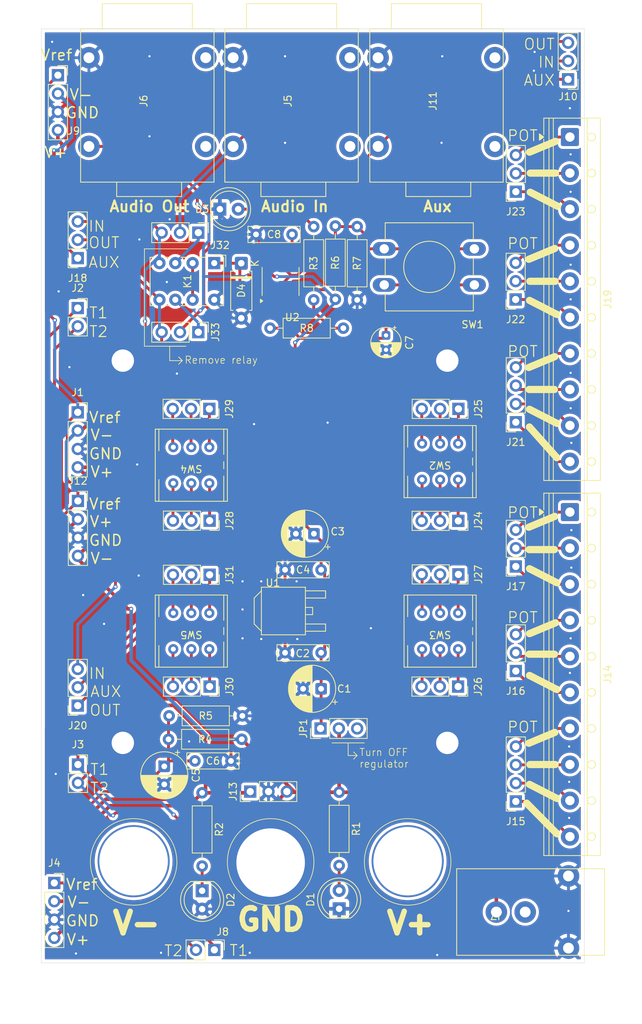
<source format=kicad_pcb>
(kicad_pcb (version 20241229) (generator "pcbnew") (generator_version "9.0")
  (layers (0 "F.Cu" signal) (2 "B.Cu" signal) (13 "F.Paste" user) (15 "B.Paste" user) (5 "F.SilkS" user "F.Silkscreen") (7 "B.SilkS" user "B.Silkscreen") (1 "F.Mask" user) (3 "B.Mask" user) (25 "Edge.Cuts" user))
  (net 0 "")
  (net 1 "Net-(U2-CV)")
  (net 2 "GND")
  (net 3 "Net-(D1-A)")
  (net 4 "/Vref")
  (net 5 "Net-(D3-A)")
  (net 6 "/BYP")
  (net 7 "VSS")
  (net 8 "VCC")
  (net 9 "/AUX")
  (net 10 "/IN")
  (net 11 "/OUT")
  (net 12 "/OUTBB")
  (net 13 "/INBB")
  (net 14 "Net-(C7-Pad1)")
  (net 15 "Net-(J27-Pin_1)")
  (net 16 "Net-(J27-Pin_3)")
  (net 17 "Net-(J27-Pin_2)")
  (net 18 "Net-(J28-Pin_3)")
  (net 19 "Net-(J28-Pin_1)")
  (net 20 "Net-(J28-Pin_2)")
  (net 21 "Net-(J29-Pin_3)")
  (net 22 "Net-(J29-Pin_2)")
  (net 23 "Net-(J29-Pin_1)")
  (net 24 "Net-(J30-Pin_2)")
  (net 25 "Net-(J30-Pin_3)")
  (net 26 "Net-(J30-Pin_1)")
  (net 27 "Net-(J31-Pin_3)")
  (net 28 "Net-(J31-Pin_2)")
  (net 29 "Net-(J31-Pin_1)")
  (net 30 "Net-(J32-Pin_1)")
  (net 31 "Net-(J33-Pin_1)")
  (net 32 "Net-(D2-K)")
  (net 35 "Net-(JP1-A)")
  (net 37 "Net-(K1-Pad2)")
  (net 38 "Net-(U2-THR)")
  (net 39 "/9V")
  (net 43 "Net-(J14-Pin_6)")
  (net 44 "Net-(J25-Pin_2)")
  (net 45 "Net-(J25-Pin_3)")
  (net 46 "Net-(J25-Pin_1)")
  (net 47 "/T1")
  (net 48 "/T2")
  (net 49 "Net-(J14-Pin_3)")
  (net 50 "Net-(J14-Pin_8)")
  (net 51 "Net-(J14-Pin_7)")
  (net 52 "Net-(J14-Pin_1)")
  (net 53 "Net-(J14-Pin_10)")
  (net 54 "Net-(J14-Pin_4)")
  (net 55 "Net-(J14-Pin_9)")
  (net 56 "Net-(J14-Pin_5)")
  (net 57 "Net-(J14-Pin_2)")
  (net 58 "Net-(J19-Pin_10)")
  (net 59 "Net-(J19-Pin_4)")
  (net 60 "Net-(J19-Pin_2)")
  (net 61 "Net-(J19-Pin_5)")
  (net 62 "Net-(J19-Pin_6)")
  (net 63 "Net-(J19-Pin_3)")
  (net 64 "Net-(J19-Pin_8)")
  (net 65 "Net-(J19-Pin_9)")
  (net 66 "Net-(J19-Pin_7)")
  (net 67 "Net-(J19-Pin_1)")
  (net 68 "Net-(J24-Pin_1)")
  (net 69 "Net-(J24-Pin_3)")
  (net 70 "Net-(J24-Pin_2)")
  (net 71 "Net-(J26-Pin_2)")
  (net 72 "Net-(J26-Pin_1)")
  (net 73 "Net-(J26-Pin_3)")
  (footprint "Connector_PinSocket_2.54mm:PinSocket_1x04_P2.54mm_Vertical" (layer "F.Cu") (at 90.5 74.54 180)
    (property "Reference" "J21")
    (property "Value" "POT6_CON")
  )
  (footprint "Resistor_THT:R_Axial_DIN0207_L6.3mm_D2.5mm_P10.16mm_Horizontal" (layer "F.Cu") (at 56.42 61.5)
    (property "Reference" "R8")
    (property "Value" "200k")
  )
  (footprint "Zorg:DPDT_ESwitch" (layer "F.Cu") (at 80 103.5 180)
    (property "Reference" "SW3")
    (property "Value" "SW_DPDT_x2")
  )
  (footprint "Connector_PinSocket_2.54mm:PinSocket_1x03_P2.54mm_Vertical" (layer "F.Cu") (at 48 72.69 -90)
    (property "Reference" "J29")
    (property "Value" "Switch")
  )
  (footprint "Zorg:DPDT_ESwitch" (layer "F.Cu") (at 80 80 180)
    (property "Reference" "SW2")
    (property "Value" "SW_DPDT_x2")
  )
  (footprint "Connector_PinHeader_2.54mm:PinHeader_1x03_P2.54mm_Vertical" (layer "F.Cu") (at 97.75 27 180)
    (property "Reference" "J10")
    (property "Value" "Test_Point_IOA")
  )
  (footprint "Zorg:DPDT_ESwitch" (layer "F.Cu") (at 45.5 103.5 180)
    (property "Reference" "SW5")
    (property "Value" "SW_DPDT_x2")
  )
  (footprint "Connector_PinHeader_2.54mm:PinHeader_1x03_P2.54mm_Vertical" (layer "F.Cu") (at 46.4701 48.2575 -90)
    (property "Reference" "J32")
    (property "Value" "RLY_OV_IN")
  )
  (footprint "Button_Switch_THT:SW_PUSH-12mm" (layer "F.Cu") (at 84.75 55.5 180)
    (property "Reference" "SW1")
    (property "Value" "SW_Push")
  )
  (footprint "Zorg:Jack  Neutrik Mono Pins SW" (layer "F.Cu") (at 59.4 30 90)
    (property "Reference" "J5")
    (property "Value" "Audio_IN")
  )
  (footprint "Capacitor_THT:CP_Radial_D6.3mm_P2.50mm" (layer "F.Cu") (at 41.75 122.25 -90)
    (property "Reference" "C5")
    (property "Value" "100uF")
  )
  (footprint "Resistor_THT:R_Axial_DIN0207_L6.3mm_D2.5mm_P10.16mm_Horizontal" (layer "F.Cu") (at 68.5 47.42 -90)
    (property "Reference" "R7")
    (property "Value" "100k")
  )
  (footprint "LED_THT:LED_D5.0mm" (layer "F.Cu") (at 49.46 45)
    (property "Reference" "D3")
    (property "Value" "PINK")
  )
  (footprint "Connector_PinSocket_2.54mm:PinSocket_1x03_P2.54mm_Vertical" (layer "F.Cu") (at 90.5 42.58 180)
    (property "Reference" "J23")
    (property "Value" "POT4_CON")
  )
  (footprint "Connector_PinSocket_2.54mm:PinSocket_1x04_P2.54mm_Vertical" (layer "F.Cu") (at 27 26.43)
    (property "Reference" "J9")
    (property "Value" "Conn_01x04_Socket")
  )
  (footprint "Resistor_THT:R_Axial_DIN0207_L6.3mm_D2.5mm_P10.16mm_Horizontal" (layer "F.Cu") (at 47 125.92 -90)
    (property "Reference" "R2")
    (property "Value" "2k")
  )
  (footprint "Zorg:DPAK-3" (layer "F.Cu") (at 56.82 100.715)
    (property "Reference" "U1")
    (property "Value" "L78L09_SOT89")
  )
  (footprint "Connector_PinHeader_2.54mm:PinHeader_1x03_P2.54mm_Vertical" (layer "F.Cu") (at 53.67 125.75 90)
    (property "Reference" "J13")
    (property "Value" "Banana_IN")
  )
  (footprint "Connector_PinSocket_2.54mm:PinSocket_1x03_P2.54mm_Vertical" (layer "F.Cu") (at 90.475 57.525 180)
    (property "Reference" "J22")
    (property "Value" "POT5_CON")
  )
  (footprint "Zorg:Jack  Neutrik Mono Pins SW" (layer "F.Cu") (at 39.4 30 90)
    (property "Reference" "J6")
    (property "Value" "Audio_Out")
  )
  (footprint "Connector_PinSocket_2.54mm:PinSocket_1x04_P2.54mm_Vertical" (layer "F.Cu") (at 90.5 127.12 180)
    (property "Reference" "J15")
    (property "Value" "POT3_CON")
  )
  (footprint "Capacitor_THT:C_Rect_L7.0mm_W2.0mm_P5.00mm" (layer "F.Cu") (at 63.5 95 180)
    (property "Reference" "C4")
    (property "Value" "100nF")
  )
  (footprint "Package_SO:SOIC-8_3.9x4.9mm_P1.27mm" (layer "F.Cu") (at 57.8776 55.025 90)
    (property "Reference" "U2")
    (property "Value" "NE555D")
  )
  (footprint "Connector_PinSocket_2.54mm:PinSocket_1x03_P2.54mm_Vertical" (layer "F.Cu") (at 82.54 72.69 -90)
    (property "Reference" "J25")
    (property "Value" "Switch")
  )
  (footprint "Connector_PinSocket_2.54mm:PinSocket_1x03_P2.54mm_Vertical" (layer "F.Cu") (at 29.75 51.79 180)
    (property "Reference" "J18")
    (property "Value" "SIGNALS")
  )
  (footprint "Zorg:Jack DC" (layer "F.Cu") (at 87.8 142.45 180)
    (property "Reference" "J7")
    (property "Value" "DC9V")
  )
  (footprint "Connector_PinSocket_2.54mm:PinSocket_1x04_P2.54mm_Vertical" (layer "F.Cu") (at 29.775 85.45)
    (property "Reference" "J12")
    (property "Value" "Conn_01x04_Socket")
  )
  (footprint "Capacitor_THT:C_Rect_L7.0mm_W2.0mm_P5.00mm" (layer "F.Cu") (at 59.4726 48.5 180)
    (property "Reference" "C8")
    (property "Value" "1nF")
  )
  (footprint "Connector_PinSocket_2.54mm:PinSocket_1x03_P2.54mm_Vertical" (layer "F.Cu") (at 48.04 95.69 -90)
    (property "Reference" "J31")
    (property "Value" "Switch")
  )
  (footprint "Connector_PinHeader_2.54mm:PinHeader_1x03_P2.54mm_Vertical" (layer "F.Cu") (at 46.4701 62.0575 -90)
    (property "Reference" "J33")
    (property "Value" "RLY_OV_OUT")
  )
  (footprint "TerminalBlock_RND:TerminalBlock_RND_205-00020_1x10_P5.00mm_Horizontal" (layer "F.Cu") (at 98 87 -90)
    (property "Reference" "J14")
    (property "Value" "Screw_Terminal_01x10")
  )
  (footprint "Capacitor_THT:CP_Radial_D6.3mm_P2.50mm" (layer "F.Cu") (at 62.5 90 180)
    (property "Reference" "C3")
    (property "Value" "100uF")
  )
  (footprint "Connector_PinSocket_2.54mm:PinSocket_1x03_P2.54mm_Vertical" (layer "F.Cu") (at 90.5 109.04 180)
    (property "Reference" "J16")
    (property "Value" "POT2_CON")
  )
  (footprint "Connector_PinSocket_2.54mm:PinSocket_1x03_P2.54mm_Vertical" (layer "F.Cu") (at 90.5 94.54 180)
    (property "Reference" "J17")
    (property "Value" "POT1_CON")
  )
  (footprint "LED_THT:LED_D5.0mm" (layer "F.Cu") (at 66 142 90)
    (property "Reference" "D1")
    (property "Value" "RED")
  )
  (footprint "Resistor_THT:R_Axial_DIN0207_L6.3mm_D2.5mm_P10.16mm_Horizontal" (layer "F.Cu") (at 52.5 118.5 180)
    (property "Reference" "R4")
    (property "Value" "10k")
  )
  (footprint "Resistor_THT:R_Axial_DIN0207_L6.3mm_D2.5mm_P10.16mm_Horizontal" (layer "F.Cu") (at 62.4726 57.58 90)
    (property "Reference" "R3")
    (property "Value" "2k")
  )
  (footprint "Capacitor_THT:C_Rect_L7.0mm_W2.0mm_P5.00mm" (layer "F.Cu") (at 63.5 106.5 180)
    (property "Reference" "C2")
    (property "Value" "100nF")
  )
  (footprint "Connector_PinSocket_2.54mm:PinSocket_1x03_P2.54mm_Vertical" (layer "F.Cu") (at 48.04 111.19 -90)
    (property "Reference" "J30")
    (property "Value" "Switch")
  )
  (footprint "Connector_PinSocket_2.54mm:PinSocket_1x04_P2.54mm_Vertical" (layer "F.Cu") (at 26.5 138.42)
    (property "Reference" "J4")
    (property "Value" "Conn_01x04_Socket")
  )
  (footprint "Capacitor_THT:CP_Radial_D4.0mm_P2.00mm" (layer "F.Cu") (at 72.5 62.5 -90)
    (property "Reference" "C7")
    (property "Value" "1uF")
  )
  (footprint "Diode_THT:D_A-405_P7.62mm_Horizontal" (layer "F.Cu") (at 52.4301 52.5 -90)
    (property "Reference" "D4")
    (property "Value" "D")
  )
  (footprint "Connector_PinSocket_2.54mm:PinSocket_1x03_P2.54mm_Vertical" (layer "F.Cu") (at 82.525 88.215 -90)
    (property "Reference" "J24")
    (property "Value" "Switch")
  )
  (footprint "Connector_PinSocket_2.54mm:PinSocket_1x04_P2.54mm_Vertical" (layer "F.Cu") (at 29.75 73.17)
    (property "Reference" "J1")
    (property "Value" "Conn_01x04_Socket")
  )
  (footprint "Connector_PinSocket_2.54mm:PinSocket_1x03_P2.54mm_Vertical" (layer "F.Cu") (at 82.5 111.19 -90)
    (property "Reference" "J26")
    (property "Value" "Switch")
  )
  (footprint "Connector_PinHeader_2.54mm:PinHeader_1x02_P2.54mm_Vertical" (layer "F.Cu") (at 48.69 147.7 -90)
    (property "Reference" "J8")
    (property "Value" "Test_Point_Pins")
  )
  (footprint "Resistor_THT:R_Axial_DIN0207_L6.3mm_D2.5mm_P10.16mm_Horizontal" (layer "F.Cu") (at 42.42 115.25)
    (property "Reference" "R5")
    (property "Value" "10k")
  )
  (footprint "TerminalBlock_RND:TerminalBlock_RND_205-00020_1x10_P5.00mm_Horizontal" (layer "F.Cu") (at 98 35 -90)
    (property "Reference" "J19")
    (property "Value" "Screw_Terminal_01x10")
  )
  (footprint "Relay_THT:Relay_DPDT_Omron_G6K-2P-Y" (layer "F.Cu") (at 48.6801 52.4775 -90)
    (property "Reference" "K1")
    (property "Value" "G6K-2")
  )
  (footprint "Connector_PinSocket_2.54mm:PinSocket_1x03_P2.54mm_Vertical" (layer "F.Cu") (at 82.54 95.64 -90)
    (property "Reference" "J27")
    (property "Value" "Switch")
  )
  (footprint "Connector_PinHeader_2.54mm:PinHeader_1x03_P2.54mm_Vertical" (layer "F.Cu") (at 63.42 117 90)
    (property "Reference" "JP1")
    (property "Value" "Jumper_3_Open")
  )
  (footprint "Connector_PinSocket_2.54mm:PinSocket_1x03_P2.54mm_Vertical" (layer "F.Cu") (at 48.04 88.19 -90)
    (property "Reference" "J28")
    (property "Value" "Switch")
  )
  (footprint "Zorg:Jack  Neutrik Mono Pins SW" (layer "F.Cu") (at 79.5 30 90)
    (property "Reference" "J11")
    (property "Value" "Audio_Aux")
  )
  (footprint "Connector_PinSocket_2.54mm:PinSocket_1x02_P2.54mm_Vertical" (layer "F.Cu") (at 29.75 58.71)
    (property "Reference" "J2")
    (property "Value" "Test Points IN")
  )
  (footprint "Resistor_THT:R_Axial_DIN0207_L6.3mm_D2.5mm_P10.16mm_Horizontal" (layer "F.Cu") (at 65.4726 57.5 90)
    (property "Reference" "R6")
    (property "Value" "100k")
  )
  (footprint "Zorg:DPDT_ESwitch" (layer "F.Cu") (at 45.5 80.5 180)
    (property "Reference" "SW4")
    (property "Value" "SW_DPDT_x2")
  )
  (footprint "Resistor_THT:R_Axial_DIN0207_L6.3mm_D2.5mm_P10.16mm_Horizontal" (layer "F.Cu") (at 66 125.84 -90)
    (property "Reference" "R1")
    (property "Value" "2k")
  )
  (footprint "LED_THT:LED_D5.0mm" (layer "F.Cu") (at 47 139.5 -90)
    (property "Reference" "D2")
    (property "Value" "GREEN")
  )
  (footprint "Connector_PinSocket_2.54mm:PinSocket_1x02_P2.54mm_Vertical" (layer "F.Cu") (at 29.775 122)
    (property "Reference" "J3")
    (property "Value" "Test Points IN")
  )
  (footprint "Capacitor_THT:CP_Radial_D6.3mm_P2.50mm" (layer "F.Cu") (at 63.5 111.5 180)
    (property "Reference" "C1")
    (property "Value" "100uF")
  )
  (footprint "Capacitor_THT:C_Rect_L7.0mm_W2.0mm_P5.00mm" (layer "F.Cu") (at 46 121.5)
    (property "Reference" "C6")
    (property "Value" "100nF")
  )
  (footprint "Connector_PinSocket_2.54mm:PinSocket_1x03_P2.54mm_Vertical" (layer "F.Cu") (at 29.75 113.83 180)
    (property "Reference" "J20")
    (property "Value" "SIGNALS")
  )
  (gr_line (start 47 139.5) (end 47 136.75) (stroke (width 0.2)) (layer "F.Cu") (net 32))
  (gr_line (start 39 50.5) (end 39 64) (stroke (width 0.1)) (layer "F.SilkS"))
  (gr_line (start 67.25 120.75) (end 68.5 120.75) (stroke (width 0.1)) (layer "F.SilkS"))
  (gr_line (start 92.45 122) (end 95.95 122) (stroke (width 1)) (layer "F.SilkS"))
  (gr_line (start 92.4 37.1) (end 96 35.6) (stroke (width 1)) (layer "F.SilkS"))
  (gr_line (start 40.25 64) (end 44.75 64) (stroke (width 0.1)) (layer "F.SilkS"))
  (gr_line (start 92 127.35) (end 96.2 131.6) (stroke (width 1)) (layer "F.SilkS"))
  (gr_line (start 44.25 66) (end 43.75 65.5) (stroke (width 0.1)) (layer "F.SilkS"))
  (gr_circle (center 56.5 135.5) (end 62.5 135.5) (stroke (width 0.1)) (fill no) (layer "F.SilkS"))
  (gr_line (start 44.75 64) (end 42.5 64) (stroke (width 0.1)) (layer "F.SilkS"))
  (gr_line (start 92.4 109.65) (end 96.2 111.6) (stroke (width 1)) (layer "F.SilkS"))
  (gr_line (start 92.3 51.95) (end 95.9 50.45) (stroke (width 1)) (layer "F.SilkS"))
  (gr_line (start 92.38 75.2) (end 96.18 79.45) (stroke (width 1)) (layer "F.SilkS"))
  (gr_line (start 92.4 94.85) (end 96.2 96.8) (stroke (width 1)) (layer "F.SilkS"))
  (gr_line (start 92.5 40) (end 96 40) (stroke (width 1)) (layer "F.SilkS"))
  (gr_line (start 43.75 65.5) (end 44.25 66) (stroke (width 0.1)) (layer "F.SilkS"))
  (gr_line (start 68.5 120.75) (end 68 120.25) (stroke (width 0.1)) (layer "F.SilkS"))
  (gr_line (start 92.35 106.7) (end 95.85 106.7) (stroke (width 1)) (layer "F.SilkS"))
  (gr_line (start 42.5 66) (end 44.25 66) (stroke (width 0.1)) (layer "F.SilkS"))
  (gr_line (start 92.4 103.85) (end 96 102.35) (stroke (width 1)) (layer "F.SilkS"))
  (gr_line (start 92.4 57.65) (end 96.2 59.6) (stroke (width 1)) (layer "F.SilkS"))
  (gr_circle (center 37.5 135.5) (end 43.5 135.5) (stroke (width 0.1)) (fill no) (layer "F.SilkS"))
  (gr_line (start 92.3 66.95) (end 95.9 65.45) (stroke (width 1)) (layer "F.SilkS"))
  (gr_line (start 39 64) (end 40.25 64) (stroke (width 0.1)) (layer "F.SilkS"))
  (gr_line (start 92.3 89.1) (end 95.9 87.6) (stroke (width 1)) (layer "F.SilkS"))
  (gr_line (start 92.5 42.65) (end 96.3 44.6) (stroke (width 1)) (layer "F.SilkS"))
  (gr_line (start 92.45 55) (end 95.95 55) (stroke (width 1)) (layer "F.SilkS"))
  (gr_line (start 92.35 70) (end 95.85 70) (stroke (width 1)) (layer "F.SilkS"))
  (gr_line (start 42.5 66) (end 42.5 64) (stroke (width 0.1)) (layer "F.SilkS"))
  (gr_line (start 67.25 119) (end 67.25 120.75) (stroke (width 0.1)) (layer "F.SilkS"))
  (gr_line (start 92.4 124.75) (end 96.2 126.7) (stroke (width 1)) (layer "F.SilkS"))
  (gr_circle (center 75.5 135.5) (end 81.5 135.5) (stroke (width 0.1)) (fill no) (layer "F.SilkS"))
  (gr_line (start 40 50.5) (end 45 50.5) (stroke (width 0.1)) (layer "F.SilkS"))
  (gr_line (start 92.35 92.2) (end 95.85 92.2) (stroke (width 1)) (layer "F.SilkS"))
  (gr_line (start 40 50.5) (end 39 50.5) (stroke (width 0.1)) (layer "F.SilkS"))
  (gr_line (start 92.4 72.75) (end 96.2 74.7) (stroke (width 1)) (layer "F.SilkS"))
  (gr_line (start 92.3 119.05) (end 95.9 117.55) (stroke (width 1)) (layer "F.SilkS"))
  (gr_line (start 44.25 66) (end 43.75 66.5) (stroke (width 0.1)) (layer "F.SilkS"))
  (gr_line (start 68.5 120.75) (end 68 121.25) (stroke (width 0.1)) (layer "F.SilkS"))
  (gr_line (start 65 119) (end 69.5 119) (stroke (width 0.1)) (layer "F.SilkS"))
  (gr_line (start 100 149.5) (end 24.7 149.5) (stroke (width 0.05)) (layer "Edge.Cuts"))
  (gr_line (start 24.7 20) (end 100 20) (stroke (width 0.05)) (layer "Edge.Cuts"))
  (gr_line (start 100 149.5) (end 100 20) (stroke (width 0.05)) (layer "Edge.Cuts"))
  (gr_line (start 24.7 20) (end 24.7 149.5) (stroke (width 0.05)) (layer "Edge.Cuts"))
  (gr_text "IN" (at 31.15 48.25 0) (layer "F.SilkS") (effects (font (size 1.5 1.5)) (justify left bottom)))
  (gr_text "T1" (at 31.4 123.55 0) (layer "F.SilkS") (effects (font (size 1.5 1.5)) (justify left bottom)))
  (gr_text "V-" (at 34.25 145.75 0) (layer "F.SilkS") (effects (font (size 3 3) (thickness 0.75) (bold yes)) (justify left bottom)))
  (gr_text "V+" (at 72.25 145.75 0) (layer "F.SilkS") (effects (font (size 3 3) (thickness 0.75) (bold yes)) (justify left bottom)))
  (gr_text "AUX\n" (at 91.5 28 0) (layer "F.SilkS") (effects (font (size 1.5 1.5)) (justify left bottom)))
  (gr_text "OUT" (at 31.15 50.52 0) (layer "F.SilkS") (effects (font (size 1.5 1.5)) (justify left bottom)))
  (gr_text "GND\n" (at 51.5 145.25 0) (layer "F.SilkS") (effects (font (size 3 3) (thickness 0.75) (bold yes)) (justify left bottom)))
  (gr_text "POT" (at 89.23 50.65 0) (layer "F.SilkS") (effects (font (size 1.5 1.5)) (justify left bottom)))
  (gr_text "V-" (at 28.2 141.94 0) (layer "F.SilkS") (effects (font (size 1.5 1.5) (thickness 0.2)) (justify left bottom)))
  (gr_text "AUX\n" (at 31.15 53.25 0) (layer "F.SilkS") (effects (font (size 1.5 1.5)) (justify left bottom)))
  (gr_text "Vref" (at 31.2 74.75 0) (layer "F.SilkS") (effects (font (size 1.5 1.5) (thickness 0.2)) (justify left bottom)))
  (gr_text "V-" (at 28.5 30 0) (layer "F.SilkS") (effects (font (size 1.5 1.5) (thickness 0.2)) (justify left bottom)))
  (gr_text "T1" (at 50.7 148.65 0) (layer "F.SilkS") (effects (font (size 1.5 1.5)) (justify left bottom)))
  (gr_text "OUT" (at 31.3 115.35 0) (layer "F.SilkS") (effects (font (size 1.5 1.5)) (justify left bottom)))
  (gr_text "AUX\n" (at 31.4 112.75 0) (layer "F.SilkS") (effects (font (size 1.5 1.5)) (justify left bottom)))
  (gr_text "Audio In\n" (at 55 45.5 0) (layer "F.SilkS") (effects (font (size 1.5 1.5) (thickness 0.3) (bold yes)) (justify left bottom)))
  (gr_text "V+" (at 28.1 147.14 0) (layer "F.SilkS") (effects (font (size 1.5 1.5) (thickness 0.2)) (justify left bottom)))
  (gr_text "IN" (at 93.5 25.5 0) (layer "F.SilkS") (effects (font (size 1.5 1.5)) (justify left bottom)))
  (gr_text "Audio Out" (at 34 45.5 0) (layer "F.SilkS") (effects (font (size 1.5 1.5) (thickness 0.3) (bold yes)) (justify left bottom)))
  (gr_text "T2" (at 41.65 148.7 0) (layer "F.SilkS") (effects (font (size 1.5 1.5)) (justify left bottom)))
  (gr_text "OUT" (at 91.5 23 0) (layer "F.SilkS") (effects (font (size 1.5 1.5)) (justify left bottom)))
  (gr_text "POT" (at 89.23 87.96 0) (layer "F.SilkS") (effects (font (size 1.5 1.5)) (justify left bottom)))
  (gr_text "GND" (at 31.2 79.79 0) (layer "F.SilkS") (effects (font (size 1.5 1.5) (thickness 0.2)) (justify left bottom)))
  (gr_text "V+" (at 31.3 89.19 0) (layer "F.SilkS") (effects (font (size 1.5 1.5) (thickness 0.2)) (justify left bottom)))
  (gr_text "IN" (at 31.2 110.25 0) (layer "F.SilkS") (effects (font (size 1.5 1.5)) (justify left bottom)))
  (gr_text "V-" (at 31.4 94.29 0) (layer "F.SilkS") (effects (font (size 1.5 1.5) (thickness 0.2)) (justify left bottom)))
  (gr_text "GND" (at 28 144.54 0) (layer "F.SilkS") (effects (font (size 1.5 1.5) (thickness 0.2)) (justify left bottom)))
  (gr_text "GND" (at 28 32.5 0) (layer "F.SilkS") (effects (font (size 1.5 1.5) (thickness 0.2)) (justify left bottom)))
  (gr_text "GND" (at 31.2 91.79 0) (layer "F.SilkS") (effects (font (size 1.5 1.5) (thickness 0.2)) (justify left bottom)))
  (gr_text "Aux" (at 77.5 45.5 0) (layer "F.SilkS") (effects (font (size 1.5 1.5) (thickness 0.3) (bold yes)) (justify left bottom)))
  (gr_text "V-" (at 31.4 77.19 0) (layer "F.SilkS") (effects (font (size 1.5 1.5) (thickness 0.2)) (justify left bottom)))
  (gr_text "Vref" (at 28 139.5 0) (layer "F.SilkS") (effects (font (size 1.5 1.5) (thickness 0.2)) (justify left bottom)))
  (gr_text "POT" (at 89.23 35.69 0) (layer "F.SilkS") (effects (font (size 1.5 1.5)) (justify left bottom)))
  (gr_text "V+" (at 25 38 0) (layer "F.SilkS") (effects (font (size 1.5 1.5) (thickness 0.2)) (justify left bottom)))
  (gr_text "POT" (at 89.23 65.61 0) (layer "F.SilkS") (effects (font (size 1.5 1.5)) (justify left bottom)))
  (gr_text "Vref" (at 24.5 24.5 0) (layer "F.SilkS") (effects (font (size 1.5 1.5) (thickness 0.2)) (justify left bottom)))
  (gr_text "T1" (at 31.25 60.25 0) (layer "F.SilkS") (effects (font (size 1.5 1.5)) (justify left bottom)))
  (gr_text "T2" (at 31.25 62.85 0) (layer "F.SilkS") (effects (font (size 1.5 1.5)) (justify left bottom)))
  (gr_text "V+" (at 31.4 82.29 0) (layer "F.SilkS") (effects (font (size 1.5 1.5) (thickness 0.2)) (justify left bottom)))
  (gr_text "Turn OFF\nregulator\n" (at 68.75 122.5 0) (layer "F.SilkS") (effects (font (size 1 1) (thickness 0.1)) (justify left bottom)))
  (gr_text "POT" (at 89.23 117.69 0) (layer "F.SilkS") (effects (font (size 1.5 1.5)) (justify left bottom)))
  (gr_text "Vref" (at 31.2 86.75 0) (layer "F.SilkS") (effects (font (size 1.5 1.5) (thickness 0.2)) (justify left bottom)))
  (gr_text "Remove relay\n" (at 44.5 66.5 0) (layer "F.SilkS") (effects (font (size 1 1) (thickness 0.1)) (justify left bottom)))
  (gr_text "POT" (at 89.23 102.5 0) (layer "F.SilkS") (effects (font (size 1.5 1.5)) (justify left bottom)))
  (gr_text "T2" (at 31.4 126.15 0) (layer "F.SilkS") (effects (font (size 1.5 1.5)) (justify left bottom)))
  (via (at 37.5 135.4) (size 10) (drill 9.5) (layers "F.Cu" "B.Cu") (net 0))
  (via (at 75.5 135.4) (size 10) (drill 9.5) (layers "F.Cu" "B.Cu") (net 0))
  (segment (start 59.4726 52.24) (end 59.7826 52.55) (width 0.4) (layer "F.Cu") (net 1))
  (segment (start 59.4726 48.5) (end 59.4726 52.24) (width 0.4) (layer "F.Cu") (net 1))
  (segment (start 58.5 102.395) (end 56.82 100.715) (width 0.4) (layer "F.Cu") (net 2))
  (segment (start 58.5 99.035) (end 56.82 100.715) (width 0.4) (layer "F.Cu") (net 2))
  (segment (start 55.9726 57.5) (end 54.9016 56.429) (width 0.4) (layer "F.Cu") (net 2))
  (segment (start 54.9016 56.429) (end 54.9016 48.929) (width 0.4) (layer "F.Cu") (net 2))
  (segment (start 51 121.5) (end 51 116.83) (width 0.4) (layer "F.Cu") (net 2))
  (segment (start 54.9016 48.929) (end 54.4726 48.5) (width 0.4) (layer "F.Cu") (net 2))
  (segment (start 51 116.83) (end 52.58 115.25) (width 0.4) (layer "F.Cu") (net 2))
  (segment (start 58.5 106.5) (end 58.5 102.395) (width 0.4) (layer "F.Cu") (net 2))
  (segment (start 58.5 95) (end 58.5 99.035) (width 0.4) (layer "F.Cu") (net 2))
  (via (at 60.2 104.6) (size 0.6) (drill 0.3) (layers "F.Cu" "B.Cu") (net 2))
  (via (at 98.2 94.7) (size 0.6) (drill 0.3) (layers "F.Cu" "B.Cu") (net 2))
  (via (at 52.6 104.5) (size 0.6) (drill 0.3) (layers "F.Cu" "B.Cu") (net 2))
  (via (at 36 66) (size 5) (drill 3.1) (layers "F.Cu" "B.Cu") (net 2))
  (via (at 26.7 123.3) (size 0.6) (drill 0.3) (layers "F.Cu" "B.Cu") (net 2))
  (via (at 64.4 74.6) (size 0.6) (drill 0.3) (layers "F.Cu" "B.Cu") (net 2))
  (via (at 98 31) (size 0.6) (drill 0.3) (layers "F.Cu" "B.Cu") (net 2))
  (via (at 97.9 129.4) (size 0.6) (drill 0.3) (layers "F.Cu" "B.Cu") (net 2))
  (via (at 28.6 66.9) (size 0.6) (drill 0.3) (layers "F.Cu" "B.Cu") (net 2))
  (via (at 93 25.8) (size 0.6) (drill 0.3) (layers "F.Cu" "B.Cu") (net 2))
  (via (at 58.5 35.8) (size 0.6) (drill 0.3) (layers "F.Cu" "B.Cu") (net 2))
  (via (at 53.6 148.1) (size 0.6) (drill 0.3) (layers "F.Cu" "B.Cu") (net 2))
  (via (at 98.2 77.4) (size 0.6) (drill 0.3) (layers "F.Cu" "B.Cu") (net 2))
  (via (at 98.1 104.5) (size 0.6) (drill 0.3) (layers "F.Cu" "B.Cu") (net 2))
  (via (at 38.3 49.2) (size 0.6) (drill 0.3) (layers "F.Cu" "B.Cu") (net 2))
  (via (at 97.9 119.5) (size 0.6) (drill 0.3) (layers "F.Cu" "B.Cu") (net 2))
  (via (at 38.2 95.8) (size 0.6) (drill 0.3) (layers "F.Cu" "B.Cu") (net 2))
  (via (at 54.2 74.8) (size 0.6) (drill 0.3) (layers "F.Cu" "B.Cu") (net 2))
  (via (at 33.4 102.5) (size 0.6) (drill 0.3) (layers "F.Cu" "B.Cu") (net 2))
  (via (at 58.5 23.8) (size 0.6) (drill 0.3) (layers "F.Cu" "B.Cu") (net 2))
  (via (at 97.8 142.3) (size 0.6) (drill 0.3) (layers "F.Cu" "B.Cu") (net 2))
  (via (at 98.1 52.7) (size 0.6) (drill 0.3) (layers "F.Cu" "B.Cu") (net 2))
  (via (at 98.1 72.6) (size 0.6) (drill 0.3) (layers "F.Cu" "B.Cu") (net 2))
  (via (at 52.6 96.6) (size 0.6) (drill 0.3) (layers "F.Cu" "B.Cu") (net 2))
  (via (at 81 119) (size 5) (drill 3.1) (layers "F.Cu" "B.Cu") (net 2))
  (via (at 98.1 42.6) (size 0.6) (drill 0.3) (layers "F.Cu" "B.Cu") (net 2))
  (via (at 29.5 148.2) (size 0.6) (drill 0.3) (layers "F.Cu" "B.Cu") (net 2))
  (via (at 98.1 67.7) (size 0.6) (drill 0.3) (layers "F.Cu" "B.Cu") (net 2))
  (via (at 70.4 103.1) (size 0.6) (drill 0.3) (layers "F.Cu" "B.Cu") (net 2))
  (via (at 38 80.4) (size 0.6) (drill 0.3) (layers "F.Cu" "B.Cu") (net 2))
  (via (at 42.5 46.4) (size 0.6) (drill 0.3) (layers "F.Cu" "B.Cu") (net 2))
  (via (at 81 66) (size 5) (drill 3.1) (layers "F.Cu" "B.Cu") (net 2))
  (via (at 43.5 67.8) (size 0.6) (drill 0.3) (layers "F.Cu" "B.Cu") (net 2))
  (via (at 98.2 89.5) (size 0.6) (drill 0.3) (layers "F.Cu" "B.Cu") (net 2))
  (via (at 79.6 148.4) (size 0.6) (drill 0.3) (layers "F.Cu" "B.Cu") (net 2))
  (via (at 39.7 23.8) (size 0.6) (drill 0.3) (layers "F.Cu" "B.Cu") (net 2))
  (via (at 98.1 37.4) (size 0.6) (drill 0.3) (layers "F.Cu" "B.Cu") (net 2))
  (via (at 52.6 100.5) (size 0.6) (drill 0.3) (layers "F.Cu" "B.Cu") (net 2))
  (via (at 45.2 118.8) (size 0.6) (drill 0.3) (layers "F.Cu" "B.Cu") (net 2))
  (via (at 41.3 148.1) (size 0.6) (drill 0.3) (layers "F.Cu" "B.Cu") (net 2))
  (via (at 80.2 35.8) (size 0.6) (drill 0.3) (layers "F.Cu" "B.Cu") (net 2))
  (via (at 93.1 23.2) (size 0.6) (drill 0.3) (layers "F.Cu" "B.Cu") (net 2))
  (via (at 27.1 56.4) (size 0.6) (drill 0.3) (layers "F.Cu" "B.Cu") (net 2))
  (via (at 36 119) (size 5) (drill 3.1) (layers "F.Cu" "B.Cu") (net 2))
  (via (at 56.5 135.6) (size 10) (drill 9.5) (layers "F.Cu" "B.Cu") (net 2))
  (via (at 30.5 98.5) (size 0.6) (drill 0.3) (layers "F.Cu" "B.Cu") (net 2))
  (via (at 55.2 96.6) (size 0.6) (drill 0.3) (layers "F.Cu" "B.Cu") (net 2))
  (via (at 39.7 34.9) (size 0.6) (drill 0.3) (layers "F.Cu" "B.Cu") (net 2))
  (via (at 55.2 104.6) (size 0.6) (drill 0.3) (layers "F.Cu" "B.Cu") (net 2))
  (via (at 98 109.3) (size 0.6) (drill 0.3) (layers "F.Cu" "B.Cu") (net 2))
  (via (at 80.3 23.8) (size 0.6) (drill 0.3) (layers "F.Cu" "B.Cu") (net 2))
  (via (at 42.1 55.1) (size 0.6) (drill 0.3) (layers "F.Cu" "B.Cu") (net 2))
  (via (at 60.1 96.6) (size 0.6) (drill 0.3) (layers "F.Cu" "B.Cu") (net 2))
  (via (at 26.2 21.8) (size 0.6) (drill 0.3) (layers "F.Cu" "B.Cu") (net 2))
  (via (at 98.1 57.5) (size 0.6) (drill 0.3) (layers "F.Cu" "B.Cu") (net 2))
  (via (at 97.9 124.4) (size 0.6) (drill 0.3) (layers "F.Cu" "B.Cu") (net 2))
  (segment (start 89.7 137.45) (end 81 128.75) (width 0.4) (layer "B.Cu") (net 2))
  (segment (start 36 89) (end 36 89.25) (width 0.4) (layer "B.Cu") (net 2))
  (segment (start 60 90) (end 60 67.6899) (width 0.4) (layer "B.Cu") (net 2))
  (segment (start 54 121.5) (end 56.21 123.71) (width 0.4) (layer "B.Cu") (net 2))
  (segment (start 66 142) (end 62.9 142) (width 0.4) (layer "B.Cu") (net 2))
  (segment (start 58.1546 65.8444) (end 52.4301 60.12) (width 0.4) (layer "B.Cu") (net 2))
  (segment (start 31.3 26.74) (end 31.3 24) (width 0.4) (layer "B.Cu") (net 2))
  (segment (start 26.45 24) (end 31.3 24) (width 0.4) (layer "B.Cu") (net 2))
  (segment (start 58.5 95) (end 58.5 91.5) (width 0.4) (layer "B.Cu") (net 2))
  (segment (start 97.8 137.45) (end 89.7 137.45) (width 0.4) (layer "B.Cu") (net 2))
  (segment (start 53.55 21.75) (end 69.15 21.75) (width 0.4) (layer "B.Cu") (net 2))
  (segment (start 34.22 91.03) (end 29.775 91.03) (width 0.4) (layer "B.Cu") (net 2))
  (segment (start 52.58 115.25) (end 57.25 115.25) (width 0.4) (layer "B.Cu") (net 2))
  (segment (start 56.21 135.31) (end 56.5 135.6) (width 0.4) (layer "B.Cu") (net 2))
  (segment (start 25.401 29.911) (end 25.55 29.762) (width 0.4) (layer "B.Cu") (net 2))
  (segment (start 58.1546 65.8444) (end 59.6128 64.3862) (width 0.4) (layer "B.Cu") (net 2))
  (segment (start 72.5 64.5) (end 74 66) (width 0.4) (layer "B.Cu") (net 2))
  (segment (start 61 111.5) (end 61 109) (width 0.4) (layer "B.Cu") (net 2))
  (segment (start 36 28.7) (end 31.3 24) (width 0.4) (layer "B.Cu") (net 2))
  (segment (start 69.15 21.75) (end 71.4 24) (width 0.4) (layer "B.Cu") (net 2))
  (segment (start 25.55 24.9) (end 26.45 24) (width 0.4) (layer "B.Cu") (net 2))
  (segment (start 36 121) (end 36 119) (width 0.4) (layer "B.Cu") (net 2))
  (segment (start 49.46 45.71) (end 52.25 48.5) (width 0.4) (layer "B.Cu") (net 2))
  (segment (start 27 31.51) (end 25.401 29.911) (width 0.4) (layer "B.Cu") (net 2))
  (segment (start 26.5 143.5) (end 45.54 143.5) (width 0.4) (layer "B.Cu") (net 2))
  (segment (start 25.55 29.762) (end 25.55 24.9) (width 0.4) (layer "B.Cu") (net 2))
  (segment (start 68.5 57.58) (end 68.5 59.04) (width 0.4) (layer "B.Cu") (net 2))
  (segment (start 56.21 125.75) (end 56.21 135.31) (width 0.4) (layer "B.Cu") (net 2))
  (segment (start 47 142.04) (end 50.06 142.04) (width 0.4) (layer "B.Cu") (net 2))
  (segment (start 36 66) (end 36 28.7) (width 0.4) (layer "B.Cu") (net 2))
  (segment (start 48.6801 57.5575) (end 51.2426 60.12) (width 0.4) (layer "B.Cu") (net 2))
  (segment (start 81 128.75) (end 81 119) (width 0.4) (layer "B.Cu") (net 2))
  (segment (start 51.3 24) (end 53.55 21.75) (width 0.4) (layer "B.Cu") (net 2))
  (segment (start 54.4726 58.0775) (end 54.4726 48.5) (width 0.4) (layer "B.Cu") (net 2))
  (segment (start 69.45 147.45) (end 66 144) (width 0.4) (layer "B.Cu") (net 2))
  (segment (start 97.8 147.45) (end 69.45 147.45) (width 0.4) (layer "B.Cu") (net 2))
  (segment (start 97.8 137.45) (end 97.8 142.3) (width 0.4) (layer "B.Cu") (net 2))
  (segment (start 68.5 60.5) (end 72.5 64.5) (width 0.4) (layer "B.Cu") (net 2))
  (segment (start 51.2426 60.12) (end 52.4301 60.12) (width 0.4) (layer "B.Cu") (net 2))
  (segment (start 68.5 59.04) (end 68.5 60.5) (width 0.4) (layer "B.Cu") (net 2))
  (segment (start 66 144) (end 66 142) (width 0.4) (layer "B.Cu") (net 2))
  (segment (start 56.21 123.71) (end 56.21 125.75) (width 0.4) (layer "B.Cu") (net 2))
  (segment (start 52.4301 60.12) (end 54.4726 58.0775) (width 0.4) (layer "B.Cu") (net 2))
  (segment (start 60.2757 64.3862) (end 65.6219 59.04) (width 0.4) (layer "B.Cu") (net 2))
  (segment (start 60 67.6899) (end 58.1546 65.8444) (width 0.4) (layer "B.Cu") (net 2))
  (segment (start 32.75 78.25) (end 29.75 78.25) (width 0.4) (layer "B.Cu") (net 2))
  (segment (start 49.199 21.899) (end 51.3 24) (width 0.4) (layer "B.Cu") (net 2))
  (segment (start 45.54 143.5) (end 47 142.04) (width 0.4) (layer "B.Cu") (net 2))
  (segment (start 36 75) (end 36 89) (width 0.4) (layer "B.Cu") (net 2))
  (segment (start 51 121.5) (end 54 121.5) (width 0.4) (layer "B.Cu") (net 2))
  (segment (start 33.401 21.899) (end 49.199 21.899) (width 0.4) (layer "B.Cu") (net 2))
  (segment (start 36 89.25) (end 34.22 91.03) (width 0.4) (layer "B.Cu") (net 2))
  (segment (start 36 66) (end 36 75) (width 0.4) (layer "B.Cu") (net 2))
  (segment (start 50.06 142.04) (end 56.5 135.6) (width 0.4) (layer "B.Cu") (net 2))
  (segment (start 65.6219 59.04) (end 68.5 59.04) (width 0.4) (layer "B.Cu") (net 2))
  (segment (start 29.775 90.53) (end 29.775 91.03) (width 0.4) (layer "B.Cu") (net 2))
  (segment (start 62.9 142) (end 56.5 135.6) (width 0.4) (layer "B.Cu") (net 2))
  (segment (start 57.25 115.25) (end 61 111.5) (width 0.4) (layer "B.Cu") (net 2))
  (segment (start 31.3 24) (end 33.401 21.899) (width 0.4) (layer "B.Cu") (net 2))
  (segment (start 61 109) (end 58.5 106.5) (width 0.4) (layer "B.Cu") (net 2))
  (segment (start 36 75) (end 32.75 78.25) (width 0.4) (layer "B.Cu") (net 2))
  (segment (start 41.75 124.75) (end 39.75 124.75) (width 0.4) (layer "B.Cu") (net 2))
  (segment (start 29.775 91.03) (end 29.275 91.03) (width 0.4) (layer "B.Cu") (net 2))
  (segment (start 36 89.25) (end 36 119) (width 0.4) (layer "B.Cu") (net 2))
  (segment (start 97.8 142.3) (end 97.8 147.45) (width 0.4) (layer "B.Cu") (net 2))
  (segment (start 36 89) (end 36 89.25) (width 0.4) (layer "B.Cu") (net 2))
  (segment (start 46.5501 66) (end 52.4301 60.12) (width 0.4) (layer "B.Cu") (net 2))
  (segment (start 36 66) (end 46.5501 66) (width 0.4) (layer "B.Cu") (net 2))
  (segment (start 52.25 48.5) (end 54.4726 48.5) (width 0.4) (layer "B.Cu") (net 2))
  (segment (start 59.6128 64.3862) (end 60.2757 64.3862) (width 0.4) (layer "B.Cu") (net 2))
  (segment (start 58.5 91.5) (end 60 90) (width 0.4) (layer "B.Cu") (net 2))
  (segment (start 74 66) (end 81 66) (width 0.4) (layer "B.Cu") (net 2))
  (segment (start 39.75 124.75) (end 36 121) (width 0.4) (layer "B.Cu") (net 2))
  (segment (start 49.46 45) (end 49.46 45.71) (width 0.4) (layer "B.Cu") (net 2))
  (segment (start 66 139.46) (end 66 136) (width 0.4) (layer "F.Cu") (net 3))
  (segment (start 37.7153 125.753) (end 27.3425 115.3803) (width 0.4) (layer "F.Cu") (net 4))
  (segment (start 33.347 125.753) (end 37.7153 125.753) (width 0.4) (layer "F.Cu") (net 4))
  (segment (start 27.75 138.42) (end 28.15325 138.01675) (width 0.4) (layer "F.Cu") (net 4))
  (segment (start 37.7153 125.7531) (end 37.7153 125.753) (width 0.4) (layer "F.Cu") (net 4))
  (segment (start 29.775 83.9983) (end 28.2983 82.5216) (width 0.4) (layer "F.Cu") (net 4))
  (segment (start 27.3425 115.3803) (end 27.3425 87.8825) (width 0.4) (layer "F.Cu") (net 4))
  (segment (start 38.2469 125.7531) (end 37.7153 125.7531) (width 0.4) (layer "F.Cu") (net 4))
  (segment (start 25.401 59.2253) (end 25.401 28.029) (width 0.4) (layer "F.Cu") (net 4))
  (segment (start 29.775 85.45) (end 29.775 83.9983) (width 0.4) (layer "F.Cu") (net 4))
  (segment (start 42.34 121.5) (end 42.34 118.5) (width 0.4) (layer "F.Cu") (net 4))
  (segment (start 28.2983 74.6217) (end 29.75 73.17) (width 0.4) (layer "F.Cu") (net 4))
  (segment (start 42.34 118.5) (end 42.34 115.33) (width 0.4) (layer "F.Cu") (net 4))
  (segment (start 28.15325 130.94675) (end 33.347 125.753) (width 0.4) (layer "F.Cu") (net 4))
  (segment (start 27.3425 87.8825) (end 29.775 85.45) (width 0.4) (layer "F.Cu") (net 4))
  (segment (start 42.34 115.33) (end 42.42 115.25) (width 0.4) (layer "F.Cu") (net 4))
  (segment (start 26.5748 60.3991) (end 25.401 59.2253) (width 0.4) (layer "F.Cu") (net 4))
  (segment (start 26.5 138.42) (end 27.75 138.42) (width 0.4) (layer "F.Cu") (net 4))
  (segment (start 42.34 121.5) (end 46 121.5) (width 0.4) (layer "F.Cu") (net 4))
  (segment (start 41.75 122.25) (end 38.2469 125.7531) (width 0.4) (layer "F.Cu") (net 4))
  (segment (start 25.401 28.029) (end 27 26.43) (width 0.4) (layer "F.Cu") (net 4))
  (segment (start 42.34 121.5) (end 42.34 121.66) (width 0.4) (layer "F.Cu") (net 4))
  (segment (start 28.2983 82.5216) (end 28.2983 74.6217) (width 0.4) (layer "F.Cu") (net 4))
  (segment (start 42.34 121.66) (end 41.75 122.25) (width 0.4) (layer "F.Cu") (net 4))
  (segment (start 28.15325 138.01675) (end 28.15325 130.94675) (width 0.4) (layer "F.Cu") (net 4))
  (via (at 26.5748 60.3991) (size 0.6) (drill 0.3) (layers "F.Cu" "B.Cu") (net 4))
  (segment (start 26.5748 60.3991) (end 26.5748 68.5431) (width 0.4) (layer "B.Cu") (net 4))
  (segment (start 26.5748 68.5431) (end 29.75 71.7183) (width 0.4) (layer "B.Cu") (net 4))
  (segment (start 41.1035 121.604) (end 41.75 122.25) (width 0.4) (layer "B.Cu") (net 4))
  (segment (start 29.75 73.17) (end 29.75 71.7183) (width 0.4) (layer "B.Cu") (net 4))
  (segment (start 62.4726 47.42) (end 60.0526 45) (width 0.4) (layer "F.Cu") (net 5))
  (segment (start 60.0526 45) (end 52 45) (width 0.4) (layer "F.Cu") (net 5))
  (segment (start 66.58 61.5) (end 64.8441 61.5) (width 0.4) (layer "F.Cu") (net 6))
  (segment (start 52.4301 52.5) (end 52.2329 52.6972) (width 0.4) (layer "F.Cu") (net 6))
  (segment (start 62.4726 59.1285) (end 62.4726 57.58) (width 0.4) (layer "F.Cu") (net 6))
  (segment (start 58.5126 57.5) (end 58.5126 58.2821) (width 0.4) (layer "F.Cu") (net 6))
  (segment (start 48.6801 52.4775) (end 50.1318 52.4775) (width 0.4) (layer "F.Cu") (net 6))
  (segment (start 64.8441 61.5) (end 62.4726 59.1285) (width 0.4) (layer "F.Cu") (net 6))
  (segment (start 62.4726 59.1285) (end 59.359 59.1285) (width 0.4) (layer "F.Cu") (net 6))
  (segment (start 55.491 59.0781) (end 57.7166 59.0781) (width 0.4) (layer "F.Cu") (net 6))
  (segment (start 59.359 59.1285) (end 58.5126 58.2821) (width 0.4) (layer "F.Cu") (net 6))
  (segment (start 50.1543 52.5) (end 50.1318 52.4775) (width 0.4) (layer "F.Cu") (net 6))
  (segment (start 52.4301 52.5) (end 50.1543 52.5) (width 0.4) (layer "F.Cu") (net 6))
  (segment (start 52.2329 55.82) (end 55.491 59.0781) (width 0.4) (layer "F.Cu") (net 6))
  (segment (start 57.7166 59.0781) (end 58.5126 58.2821) (width 0.4) (layer "F.Cu") (net 6))
  (segment (start 52.2329 52.6972) (end 52.2329 55.82) (width 0.4) (layer "F.Cu") (net 6))
  (segment (start 31.55 74.4) (end 31.55 57.508) (width 0.5) (layer "F.Cu") (net 7))
  (segment (start 30.783206 56.741206) (end 31.55 57.508) (width 0.5) (layer "F.Cu") (net 7))
  (segment (start 30.7136 56.741206) (end 30.783206 56.741206) (width 0.5) (layer "F.Cu") (net 7))
  (segment (start 33.64575 126.80425) (end 46.11575 126.80425) (width 0.5) (layer "F.Cu") (net 7))
  (segment (start 26.4 38.85) (end 26.45 38.85) (width 0.5) (layer "F.Cu") (net 7))
  (segment (start 53.5 125.92) (end 53.67 125.75) (width 0.5) (layer "F.Cu") (net 7))
  (segment (start 26.422394 52.45) (end 26.4 52.45) (width 0.5) (layer "F.Cu") (net 7))
  (segment (start 46.11575 126.80425) (end 47 125.92) (width 0.5) (layer "F.Cu") (net 7))
  (segment (start 26.5 140.96) (end 28.0985 140.96) (width 0.5) (layer "F.Cu") (net 7))
  (segment (start 35.8447 113.7961) (end 34.2985 115.3423) (width 0.5) (layer "F.Cu") (net 7))
  (segment (start 29.00425 140.05425) (end 29.00425 131.44575) (width 0.5) (layer "F.Cu") (net 7))
  (segment (start 26.4 52.45) (end 26.4 38.85) (width 0.5) (layer "F.Cu") (net 7))
  (segment (start 28.5946 115.3423) (end 28.2443 114.992) (width 0.5) (layer "F.Cu") (net 7))
  (segment (start 47 125.92) (end 47.4759 125.4441) (width 0.5) (layer "F.Cu") (net 7))
  (segment (start 34.2985 115.3423) (end 28.5946 115.3423) (width 0.5) (layer "F.Cu") (net 7))
  (segment (start 29.75 75.71) (end 30.24 75.71) (width 0.5) (layer "F.Cu") (net 7))
  (segment (start 28.2443 114.992) (end 28.2443 89.5207) (width 0.5) (layer "F.Cu") (net 7))
  (segment (start 47.4759 125.4441) (end 47.4759 118.2336) (width 0.5) (layer "F.Cu") (net 7))
  (segment (start 29.00425 131.44575) (end 33.64575 126.80425) (width 0.5) (layer "F.Cu") (net 7))
  (segment (start 28.2443 89.5207) (end 29.775 87.99) (width 0.5) (layer "F.Cu") (net 7))
  (segment (start 43.0384 113.7961) (end 35.8447 113.7961) (width 0.5) (layer "F.Cu") (net 7))
  (segment (start 26.45 38.85) (end 26.45 36.85) (width 0.5) (layer "F.Cu") (net 7))
  (segment (start 30.7136 56.741206) (end 26.422394 52.45) (width 0.5) (layer "F.Cu") (net 7))
  (segment (start 47.4759 118.2336) (end 43.0384 113.7961) (width 0.5) (layer "F.Cu") (net 7))
  (segment (start 47 125.92) (end 53.5 125.92) (width 0.5) (layer "F.Cu") (net 7))
  (segment (start 28.0985 140.96) (end 29.00425 140.05425) (width 0.5) (layer "F.Cu") (net 7))
  (segment (start 30.24 75.71) (end 31.55 74.4) (width 0.5) (layer "F.Cu") (net 7))
  (via (at 26.45 36.85) (size 0.6) (drill 0.3) (layers "F.Cu" "B.Cu") (net 7))
  (segment (start 28.1987 86.4954) (end 29.6933 87.99) (width 0.5) (layer "B.Cu") (net 7))
  (segment (start 29.75 75.71) (end 28.1987 77.2613) (width 0.5) (layer "B.Cu") (net 7))
  (segment (start 26.45 36.85) (end 27.1 36.85) (width 0.5) (layer "B.Cu") (net 7))
  (segment (start 27.1 36.85) (end 28.9 35.05) (width 0.5) (layer "B.Cu") (net 7))
  (segment (start 28.1987 77.2613) (end 28.1987 86.4954) (width 0.5) (layer "B.Cu") (net 7))
  (segment (start 29.6933 87.99) (end 29.775 87.99) (width 0.5) (layer "B.Cu") (net 7))
  (segment (start 28.9 35.05) (end 28.9 30.87) (width 0.5) (layer "B.Cu") (net 7))
  (segment (start 28.9 30.87) (end 27 28.97) (width 0.5) (layer "B.Cu") (net 7))
  (segment (start 27.55 44.6) (end 27.3966 44.7534) (width 0.5) (layer "F.Cu") (net 8))
  (segment (start 28.4483 53.2017) (end 28.517906 53.2017) (width 0.5) (layer "F.Cu") (net 8))
  (segment (start 87.8 142.45) (end 87.8 137.85) (width 0.5) (layer "F.Cu") (net 8))
  (segment (start 66 125.84) (end 66 117.04) (width 0.5) (layer "F.Cu") (net 8))
  (segment (start 27.55 35.95) (end 27 35.4) (width 0.5) (layer "F.Cu") (net 8))
  (segment (start 59.84 125.84) (end 52.5 118.5) (width 0.5) (layer "F.Cu") (net 8))
  (segment (start 28.4483 53.2017) (end 28.6466 53.4) (width 0.5) (layer "F.Cu") (net 8))
  (segment (start 31.3 130.65) (end 34.24475 127.70525) (width 0.5) (layer "F.Cu") (net 8))
  (segment (start 27.55 37.6283) (end 27.55 38.05) (width 0.5) (layer "F.Cu") (net 8))
  (segment (start 58.84 125.84) (end 58.75 125.75) (width 0.5) (layer "F.Cu") (net 8))
  (segment (start 26.5 146.04) (end 29.92 142.62) (width 0.5) (layer "F.Cu") (net 8))
  (segment (start 87.8 137.85) (end 75.79 125.84) (width 0.5) (layer "F.Cu") (net 8))
  (segment (start 66 125.84) (end 59.84 125.84) (width 0.5) (layer "F.Cu") (net 8))
  (segment (start 31.01 80.79) (end 29.75 80.79) (width 0.5) (layer "F.Cu") (net 8))
  (segment (start 36.7095 100.4302) (end 37.1568 100.4302) (width 0.5) (layer "F.Cu") (net 8))
  (segment (start 29.92 142.62) (end 29.92 131.98) (width 0.5) (layer "F.Cu") (net 8))
  (segment (start 34.24475 127.70525) (end 56.79475 127.70525) (width 0.5) (layer "F.Cu") (net 8))
  (segment (start 32.451 57.134794) (end 32.451 79.349) (width 0.5) (layer "F.Cu") (net 8))
  (segment (start 28.517906 53.2017) (end 32.451 57.134794) (width 0.5) (layer "F.Cu") (net 8))
  (segment (start 27.3966 52.15) (end 28.4483 53.2017) (width 0.5) (layer "F.Cu") (net 8))
  (segment (start 31.2768 82.3168) (end 31.2768 91.5682) (width 0.5) (layer "F.Cu") (net 8))
  (segment (start 56.79475 127.70525) (end 58.75 125.75) (width 0.5) (layer "F.Cu") (net 8))
  (segment (start 27 35.4) (end 27 34.05) (width 0.5) (layer "F.Cu") (net 8))
  (segment (start 32.451 79.349) (end 31.01 80.79) (width 0.5) (layer "F.Cu") (net 8))
  (segment (start 29.775 93.07) (end 29.775 93.4957) (width 0.5) (layer "F.Cu") (net 8))
  (segment (start 75.79 125.84) (end 66 125.84) (width 0.5) (layer "F.Cu") (net 8))
  (segment (start 66 117.04) (end 65.96 117) (width 0.5) (layer "F.Cu") (net 8))
  (segment (start 27.55 38.05) (end 27.55 35.95) (width 0.5) (layer "F.Cu") (net 8))
  (segment (start 31.2768 91.5682) (end 29.775 93.07) (width 0.5) (layer "F.Cu") (net 8))
  (segment (start 27.55 38.05) (end 27.55 44.6) (width 0.5) (layer "F.Cu") (net 8))
  (segment (start 31.25 130.65) (end 31.3 130.65) (width 0.5) (layer "F.Cu") (net 8))
  (segment (start 59.84 125.84) (end 58.84 125.84) (width 0.5) (layer "F.Cu") (net 8))
  (segment (start 29.75 80.79) (end 31.2768 82.3168) (width 0.5) (layer "F.Cu") (net 8))
  (segment (start 66 125.84) (end 59.84 125.84) (width 0.5) (layer "F.Cu") (net 8))
  (segment (start 29.775 93.4957) (end 36.7095 100.4302) (width 0.5) (layer "F.Cu") (net 8))
  (segment (start 27.3966 44.7534) (end 27.3966 52.15) (width 0.5) (layer "F.Cu") (net 8))
  (segment (start 29.92 131.98) (end 31.25 130.65) (width 0.5) (layer "F.Cu") (net 8))
  (via (at 37.1568 100.4302) (size 0.6) (drill 0.3) (layers "F.Cu" "B.Cu") (net 8))
  (segment (start 37.1568 107.56) (end 37.1568 100.4302) (width 0.5) (layer "B.Cu") (net 8))
  (segment (start 48.0968 118.5) (end 37.1568 107.56) (width 0.5) (layer "B.Cu") (net 8))
  (segment (start 52.5 118.5) (end 48.0968 118.5) (width 0.5) (layer "B.Cu") (net 8))
  (segment (start 52.4068 39.3822) (end 47.939 43.85) (width 0.4) (layer "F.Cu") (net 9))
  (segment (start 29.1413 45.2178) (end 28.2476 46.1115) (width 0.4) (layer "F.Cu") (net 9))
  (segment (start 97.75 27) (end 80.7 27) (width 0.4) (layer "F.Cu") (net 9))
  (segment (start 47.2284 58.1588) (end 47.9218 58.8522) (width 0.4) (layer "F.Cu") (net 9))
  (segment (start 47.9218 65.5613) (end 40.5879 72.8952) (width 0.4) (layer "F.Cu") (net 9))
  (segment (start 47.939 45.2178) (end 29.1413 45.2178) (width 0.4) (layer "F.Cu") (net 9))
  (segment (start 47.939 45.2178) (end 47.939 50.3626) (width 0.4) (layer "F.Cu") (net 9))
  (segment (start 68.3178 39.3822) (end 52.4068 39.3822) (width 0.4) (layer "F.Cu") (net 9))
  (segment (start 28.2476 50.2876) (end 29.75 51.79) (width 0.4) (layer "F.Cu") (net 9))
  (segment (start 47.939 43.85) (end 47.939 45.2178) (width 0.4) (layer "F.Cu") (net 9))
  (segment (start 40.5879 72.8952) (end 40.5879 101.7121) (width 0.4) (layer "F.Cu") (net 9))
  (segment (start 80.7 27) (end 71.4 36.3) (width 0.4) (layer "F.Cu") (net 9))
  (segment (start 47.939 50.3626) (end 47.2284 51.0732) (width 0.4) (layer "F.Cu") (net 9))
  (segment (start 47.9218 58.8522) (end 47.9218 65.5613) (width 0.4) (layer "F.Cu") (net 9))
  (segment (start 40.5879 101.7121) (end 31.39 110.91) (width 0.4) (layer "F.Cu") (net 9))
  (segment (start 47.2284 51.0732) (end 47.2284 58.1588) (width 0.4) (layer "F.Cu") (net 9))
  (segment (start 31.39 110.91) (end 31.39 112.19) (width 0.4) (layer "F.Cu") (net 9))
  (segment (start 71.4 36.3) (end 68.3178 39.3822) (width 0.4) (layer "F.Cu") (net 9))
  (segment (start 31.39 112.19) (end 29.75 113.83) (width 0.4) (layer "F.Cu") (net 9))
  (segment (start 28.2476 46.1115) (end 28.2476 50.2876) (width 0.4) (layer "F.Cu") (net 9))
  (segment (start 61.499 26.101) (end 51.3 36.3) (width 0.4) (layer "F.Cu") (net 10))
  (segment (start 88.4703 26.101) (end 61.499 26.101) (width 0.4) (layer "F.Cu") (net 10))
  (segment (start 97.75 24.46) (end 90.1113 24.46) (width 0.4) (layer "F.Cu") (net 10))
  (segment (start 90.1113 24.46) (end 88.4703 26.101) (width 0.4) (layer "F.Cu") (net 10))
  (segment (start 51.3 36.3) (end 43.9301 43.6699) (width 0.4) (layer "B.Cu") (net 10))
  (segment (start 43.9301 43.6699) (end 43.9301 48.2575) (width 0.4) (layer "B.Cu") (net 10))
  (segment (start 31.3 36.3) (end 40.1605 36.3) (width 0.4) (layer "F.Cu") (net 11))
  (segment (start 43.9301 62.4195) (end 43.9301 62.0575) (width 0.4) (layer "F.Cu") (net 11))
  (segment (start 53.9311 54.0987) (end 53.9311 54.5965) (width 0.4) (layer "F.Cu") (net 11))
  (segment (start 97.58 21.75) (end 97.75 21.92) (width 0.4) (layer "F.Cu") (net 11))
  (segment (start 40.1605 36.3) (end 42.75 36.3) (width 0.4) (layer "F.Cu") (net 11))
  (segment (start 57.3 21.75) (end 97.58 21.75) (width 0.4) (layer "F.Cu") (net 11))
  (segment (start 43.9301 62.0575) (end 43.9301 61.8719) (width 0.4) (layer "F.Cu") (net 11))
  (segment (start 46.3332 42.4727) (end 46.3332 44.2485) (width 0.4) (layer "F.Cu") (net 11))
  (segment (start 42.75 36.3) (end 57.3 21.75) (width 0.4) (layer "F.Cu") (net 11))
  (segment (start 53.9311 52.0565) (end 53.9311 54.0987) (width 0.4) (layer "F.Cu") (net 11))
  (segment (start 43.9301 61.8719) (end 46.7672 59.0348) (width 0.4) (layer "F.Cu") (net 11))
  (segment (start 40.1605 36.3) (end 46.3332 42.4727) (width 0.4) (layer "F.Cu") (net 11))
  (segment (start 53.9311 54.0987) (end 53.3716 54.0987) (width 0.4) (layer "F.Cu") (net 11))
  (segment (start 53.3716 54.0987) (end 53.1346 54.3357) (width 0.4) (layer "F.Cu") (net 11))
  (via (at 46.7672 59.0348) (size 0.6) (drill 0.3) (layers "F.Cu" "B.Cu") (net 11))
  (via (at 46.3332 44.2485) (size 0.6) (drill 0.3) (layers "F.Cu" "B.Cu") (net 11))
  (via (at 53.1346 54.3357) (size 0.6) (drill 0.3) (layers "F.Cu" "B.Cu") (net 11))
  (segment (start 47.1834 54.3357) (end 47.1834 58.6186) (width 0.4) (layer "B.Cu") (net 11))
  (segment (start 47.9569 45.8722) (end 47.9569 49.381) (width 0.4) (layer "B.Cu") (net 11))
  (segment (start 46.3332 44.2485) (end 47.9569 45.8722) (width 0.4) (layer "B.Cu") (net 11))
  (segment (start 53.1346 54.3357) (end 47.1834 54.3357) (width 0.4) (layer "B.Cu") (net 11))
  (segment (start 47.9569 49.381) (end 47.1834 50.1545) (width 0.4) (layer "B.Cu") (net 11))
  (segment (start 47.1834 58.6186) (end 46.7672 59.0348) (width 0.4) (layer "B.Cu") (net 11))
  (segment (start 47.1834 50.1545) (end 47.1834 54.3357) (width 0.4) (layer "B.Cu") (net 11))
  (segment (start 41.3901 70.0099) (end 41.3901 62.0575) (width 0.4) (layer "F.Cu") (net 12))
  (segment (start 29.75 111.29) (end 39.7869 101.2531) (width 0.4) (layer "F.Cu") (net 12))
  (segment (start 39.7869 71.6131) (end 41.3901 70.0099) (width 0.4) (layer "F.Cu") (net 12))
  (segment (start 39.7869 101.2531) (end 39.7869 71.6131) (width 0.4) (layer "F.Cu") (net 12))
  (segment (start 29.75 49.25) (end 32.7726 49.25) (width 0.4) (layer "F.Cu") (net 12))
  (segment (start 32.7726 49.25) (end 41.0801 57.5575) (width 0.4) (layer "F.Cu") (net 12))
  (segment (start 41.0801 61.7475) (end 41.3901 62.0575) (width 0.4) (layer "B.Cu") (net 12))
  (segment (start 41.0801 57.5575) (end 41.0801 61.7475) (width 0.4) (layer "B.Cu") (net 12))
  (segment (start 39.1017 69.3) (end 39.1017 60.5604) (width 0.4) (layer "F.Cu") (net 13))
  (segment (start 39.1017 60.5604) (end 39.0827 60.5414) (width 0.4) (layer "F.Cu") (net 13))
  (segment (start 41.3901 48.2575) (end 39.8426 46.71) (width 0.4) (layer "F.Cu") (net 13))
  (segment (start 39.8426 46.71) (end 29.75 46.71) (width 0.4) (layer "F.Cu") (net 13))
  (segment (start 34.9824 73.4193) (end 39.1017 69.3) (width 0.4) (layer "F.Cu") (net 13))
  (segment (start 34.9824 97.3572) (end 34.9824 73.4193) (width 0.4) (layer "F.Cu") (net 13))
  (via (at 34.9824 97.3572) (size 0.6) (drill 0.3) (layers "F.Cu" "B.Cu") (net 13))
  (via (at 39.0827 60.5414) (size 0.6) (drill 0.3) (layers "F.Cu" "B.Cu") (net 13))
  (segment (start 41.0801 52.4775) (end 41.0801 51.4919) (width 0.4) (layer "B.Cu") (net 13))
  (segment (start 29.75 102.5896) (end 29.75 108.75) (width 0.4) (layer "B.Cu") (net 13))
  (segment (start 41.0801 48.5675) (end 41.3901 48.2575) (width 0.4) (layer "B.Cu") (net 13))
  (segment (start 41.0801 51.4919) (end 39.0827 53.4893) (width 0.4) (layer "B.Cu") (net 13))
  (segment (start 41.0801 51.4919) (end 41.0801 48.5675) (width 0.4) (layer "B.Cu") (net 13))
  (segment (start 39.0827 53.4893) (end 39.0827 60.5414) (width 0.4) (layer "B.Cu") (net 13))
  (segment (start 34.9824 97.3572) (end 29.75 102.5896) (width 0.4) (layer "B.Cu") (net 13))
  (segment (start 72.5 62.5) (end 72.5 58.0943) (width 0.4) (layer "F.Cu") (net 14))
  (segment (start 60.5999 62.907) (end 59.1929 61.5) (width 0.4) (layer "F.Cu") (net 14))
  (segment (start 84.75 55.5) (end 74.4517 55.5) (width 0.4) (layer "F.Cu") (net 14))
  (segment (start 59.1929 61.5) (end 56.42 61.5) (width 0.4) (layer "F.Cu") (net 14))
  (segment (start 74.4517 56.1427) (end 74.4517 55.5) (width 0.4) (layer "F.Cu") (net 14))
  (segment (start 72.5 58.0943) (end 72.5001 58.0943) (width 0.4) (layer "F.Cu") (net 14))
  (segment (start 72.25 55.5) (end 74.4517 55.5) (width 0.4) (layer "F.Cu") (net 14))
  (segment (start 72.5001 58.0943) (end 74.4517 56.1427) (width 0.4) (layer "F.Cu") (net 14))
  (segment (start 72.093 62.907) (end 60.5999 62.907) (width 0.4) (layer "F.Cu") (net 14))
  (segment (start 72.5 62.5) (end 72.093 62.907) (width 0.4) (layer "F.Cu") (net 14))
  (segment (start 82.5 95.68) (end 82.54 95.64) (width 0.4) (layer "F.Cu") (net 15))
  (segment (start 82.5 101) (end 82.5 95.68) (width 0.4) (layer "F.Cu") (net 15))
  (segment (start 77.5 95.68) (end 77.46 95.64) (width 0.4) (layer "F.Cu") (net 16))
  (segment (start 77.5 101) (end 77.5 95.68) (width 0.4) (layer "F.Cu") (net 16))
  (segment (start 80 101) (end 80 95.64) (width 0.4) (layer "F.Cu") (net 17))
  (segment (start 42.96 88.19) (end 42.96 83.04) (width 0.4) (layer "F.Cu") (net 18))
  (segment (start 42.96 83.04) (end 43 83) (width 0.4) (layer "F.Cu") (net 18))
  (segment (start 48.04 83.04) (end 48 83) (width 0.4) (layer "F.Cu") (net 19))
  (segment (start 48.04 88.19) (end 48.04 83.04) (width 0.4) (layer "F.Cu") (net 19))
  (segment (start 45.5 88.19) (end 45.5 83) (width 0.4) (layer "F.Cu") (net 20))
  (segment (start 42.92 72.69) (end 42.92 77.92) (width 0.4) (layer "F.Cu") (net 21))
  (segment (start 42.92 77.92) (end 43 78) (width 0.4) (layer "F.Cu") (net 21))
  (segment (start 45.46 77.96) (end 45.5 78) (width 0.4) (layer "F.Cu") (net 22))
  (segment (start 45.46 72.69) (end 45.46 77.96) (width 0.4) (layer "F.Cu") (net 22))
  (segment (start 48 72.69) (end 48 78) (width 0.4) (layer "F.Cu") (net 23))
  (segment (start 45.5 111.19) (end 45.5 106) (width 0.4) (layer "F.Cu") (net 24))
  (segment (start 42.96 106.04) (end 43 106) (width 0.4) (layer "F.Cu") (net 25))
  (segment (start 42.96 111.19) (end 42.96 106.04) (width 0.4) (layer "F.Cu") (net 25))
  (segment (start 48.04 111.19) (end 48.04 106.04) (width 0.4) (layer "F.Cu") (net 26))
  (segment (start 48.04 106.04) (end 48 106) (width 0.4) (layer "F.Cu") (net 26))
  (segment (start 42.96 100.96) (end 43 101) (width 0.4) (layer "F.Cu") (net 27))
  (segment (start 42.96 95.69) (end 42.96 100.96) (width 0.4) (layer "F.Cu") (net 27))
  (segment (start 45.5 95.69) (end 45.5 101) (width 0.4) (layer "F.Cu") (net 28))
  (segment (start 48.04 95.69) (end 48.04 100.96) (width 0.4) (layer "F.Cu") (net 29))
  (segment (start 48.04 100.96) (end 48 101) (width 0.4) (layer "F.Cu") (net 29))
  (segment (start 46.4701 49.2875) (end 46.4701 48.2575) (width 0.4) (layer "B.Cu") (net 30))
  (segment (start 43.2801 52.4775) (end 46.4701 49.2875) (width 0.4) (layer "B.Cu") (net 30))
  (segment (start 46.4701 60.7475) (end 43.2801 57.5575) (width 0.4) (layer "B.Cu") (net 31))
  (segment (start 46.4701 62.0575) (end 46.4701 60.7475) (width 0.4) (layer "B.Cu") (net 31))
  (segment (start 47 139.5) (end 47 136.08) (width 0.4) (layer "F.Cu") (net 32))
  (segment (start 63.5 116.92) (end 63.42 117) (width 0.4) (layer "F.Cu") (net 35))
  (segment (start 64 106) (end 63.5 106.5) (width 0.4) (layer "F.Cu") (net 35))
  (segment (start 64 103) (end 64 106) (width 0.4) (layer "F.Cu") (net 35))
  (segment (start 63.5 111.5) (end 63.5 116.92) (width 0.4) (layer "F.Cu") (net 35))
  (segment (start 63.5 111.5) (end 63.5 106.5) (width 0.4) (layer "F.Cu") (net 35))
  (segment (start 45.6801 52.4775) (end 45.6801 57.5575) (width 0.4) (layer "F.Cu") (net 37))
  (segment (start 65.4726 47.34) (end 65.5526 47.42) (width 0.4) (layer "F.Cu") (net 38))
  (segment (start 60.2169 54.1559) (end 65.4726 48.9002) (width 0.4) (layer "F.Cu") (net 38))
  (segment (start 65.4726 48.9002) (end 65.4726 47.34) (width 0.4) (layer "F.Cu") (net 38))
  (segment (start 68.5 47.42) (end 70.0483 48.9683) (width 0.4) (layer "F.Cu") (net 38))
  (segment (start 84.75 50.5) (end 72.25 50.5) (width 0.4) (layer "F.Cu") (net 38))
  (segment (start 58.5126 52.55) (end 58.5126 53.353) (width 0.4) (layer "F.Cu") (net 38))
  (segment (start 65.5526 47.42) (end 68.5 47.42) (width 0.4) (layer "F.Cu") (net 38))
  (segment (start 57.2426 56.2288) (end 57.2426 57.5) (width 0.4) (layer "F.Cu") (net 38))
  (segment (start 58.5126 53.353) (end 59.3155 54.1559) (width 0.4) (layer "F.Cu") (net 38))
  (segment (start 59.3155 54.1559) (end 60.2169 54.1559) (width 0.4) (layer "F.Cu") (net 38))
  (segment (start 70.0483 48.9683) (end 70.0483 50.5) (width 0.4) (layer "F.Cu") (net 38))
  (segment (start 59.3155 54.1559) (end 57.2426 56.2288) (width 0.4) (layer "F.Cu") (net 38))
  (segment (start 72.25 50.5) (end 70.0483 50.5) (width 0.4) (layer "F.Cu") (net 38))
  (segment (start 57.3785 54.3487) (end 56.983 54.3487) (width 0.4) (layer "F.Cu") (net 39))
  (segment (start 63.5 91) (end 62.5 90) (width 0.4) (layer "F.Cu") (net 39))
  (segment (start 59.9022 63.4845) (end 59.9022 87.4022) (width 0.4) (layer "F.Cu") (net 39))
  (segment (start 64.1446 56.172) (end 65.4726 57.5) (width 0.4) (layer "F.Cu") (net 39))
  (segment (start 59.7826 57.5) (end 61.1106 56.172) (width 0.4) (layer "F.Cu") (net 39))
  (segment (start 64 95.5) (end 63.5 95) (width 0.4) (layer "F.Cu") (net 39))
  (segment (start 56.983 54.3487) (end 55.9726 53.3383) (width 0.4) (layer "F.Cu") (net 39))
  (segment (start 61.1106 56.172) (end 64.1446 56.172) (width 0.4) (layer "F.Cu") (net 39))
  (segment (start 63.5 95) (end 63.5 91) (width 0.4) (layer "F.Cu") (net 39))
  (segment (start 64 98.43) (end 64 95.5) (width 0.4) (layer "F.Cu") (net 39))
  (segment (start 55.9726 53.3383) (end 55.9726 52.55) (width 0.4) (layer "F.Cu") (net 39))
  (segment (start 59.9022 87.4022) (end 62.5 90) (width 0.4) (layer "F.Cu") (net 39))
  (via (at 57.3785 54.3487) (size 0.6) (drill 0.3) (layers "F.Cu" "B.Cu") (net 39))
  (via (at 59.9022 63.4845) (size 0.6) (drill 0.3) (layers "F.Cu" "B.Cu") (net 39))
  (segment (start 62.3213 54.3487) (end 57.3785 54.3487) (width 0.4) (layer "B.Cu") (net 39))
  (segment (start 65.4726 57.5) (end 62.3213 54.3487) (width 0.4) (layer "B.Cu") (net 39))
  (segment (start 65.4726 57.9141) (end 65.4726 57.5) (width 0.4) (layer "B.Cu") (net 39))
  (segment (start 59.9022 63.4845) (end 65.4726 57.9141) (width 0.4) (layer "B.Cu") (net 39))
  (segment (start 98 112) (end 93.46 112) (width 0.4) (layer "F.Cu") (net 43))
  (segment (start 93.46 112) (end 90.5 109.04) (width 0.4) (layer "F.Cu") (net 43))
  (segment (start 80 72.69) (end 80 77.5) (width 0.4) (layer "F.Cu") (net 44))
  (segment (start 77.46 72.69) (end 77.46 77.46) (width 0.4) (layer "F.Cu") (net 45))
  (segment (start 77.46 77.46) (end 77.5 77.5) (width 0.4) (layer "F.Cu") (net 45))
  (segment (start 82.54 72.69) (end 82.54 77.46) (width 0.4) (layer "F.Cu") (net 46))
  (segment (start 82.54 77.46) (end 82.5 77.5) (width 0.4) (layer "F.Cu") (net 46))
  (segment (start 25.7244 116.4977) (end 29.775 120.5483) (width 0.4) (layer "F.Cu") (net 47))
  (segment (start 48.69 147.19) (end 48.69 147.7) (width 0.4) (layer "F.Cu") (net 47))
  (segment (start 29.775 122) (end 29.775 120.5483) (width 0.4) (layer "F.Cu") (net 47))
  (segment (start 29.75 58.71) (end 25.7244 62.7356) (width 0.4) (layer "F.Cu") (net 47))
  (segment (start 44.75 143.25) (end 48.69 147.19) (width 0.4) (layer "F.Cu") (net 47))
  (segment (start 25.7244 62.7356) (end 25.7244 116.4977) (width 0.4) (layer "F.Cu") (net 47))
  (segment (start 44.75 130.65) (end 44.75 143.25) (width 0.4) (layer "F.Cu") (net 47))
  (segment (start 43.05 128.95) (end 44.75 130.65) (width 0.4) (layer "F.Cu") (net 47))
  (via (at 43.05 128.95) (size 0.6) (drill 0.3) (layers "F.Cu" "B.Cu") (net 47))
  (segment (start 41.35 127.25) (end 34.7 127.25) (width 0.4) (layer "B.Cu") (net 47))
  (segment (start 43.05 128.95) (end 41.35 127.25) (width 0.4) (layer "B.Cu") (net 47))
  (segment (start 34.7 127.25) (end 29.775 122.325) (width 0.4) (layer "B.Cu") (net 47))
  (segment (start 29.775 122.325) (end 29.775 122) (width 0.4) (layer "B.Cu") (net 47))
  (segment (start 29.775 124.54) (end 29.8656 124.54) (width 0.4) (layer "F.Cu") (net 48))
  (segment (start 29.8656 124.54) (end 31.2267 123.1789) (width 0.4) (layer "F.Cu") (net 48))
  (segment (start 31.2267 123.1789) (end 31.2267 120.8549) (width 0.4) (layer "F.Cu") (net 48))
  (segment (start 35 128.7) (end 34.65 129.05) (width 0.4) (layer "F.Cu") (net 48))
  (segment (start 43.85 131.3) (end 41.25 128.7) (width 0.4) (layer "F.Cu") (net 48))
  (segment (start 46.15 147.7) (end 43.85 145.4) (width 0.4) (layer "F.Cu") (net 48))
  (segment (start 26.5261 64.4739) (end 29.75 61.25) (width 0.4) (layer "F.Cu") (net 48))
  (segment (start 43.85 145.4) (end 43.85 131.3) (width 0.4) (layer "F.Cu") (net 48))
  (segment (start 41.25 128.7) (end 35 128.7) (width 0.4) (layer "F.Cu") (net 48))
  (segment (start 31.2267 120.8549) (end 26.5261 116.1543) (width 0.4) (layer "F.Cu") (net 48))
  (segment (start 26.5261 116.1543) (end 26.5261 64.4739) (width 0.4) (layer "F.Cu") (net 48))
  (via (at 34.65 129.05) (size 0.6) (drill 0.3) (layers "F.Cu" "B.Cu") (net 48))
  (segment (start 34.285 129.05) (end 34.65 129.05) (width 0.4) (layer "B.Cu") (net 48))
  (segment (start 29.775 124.54) (end 34.285 129.05) (width 0.4) (layer "B.Cu") (net 48))
  (segment (start 92.96 97) (end 90.5 94.54) (width 0.4) (layer "F.Cu") (net 49))
  (segment (start 98 97) (end 92.96 97) (width 0.4) (layer "F.Cu") (net 49))
  (segment (start 97.96 122.04) (end 98 122) (width 0.4) (layer "F.Cu") (net 50))
  (segment (start 90.5 122.04) (end 97.96 122.04) (width 0.4) (layer "F.Cu") (net 50))
  (segment (start 93 117) (end 98 117) (width 0.4) (layer "F.Cu") (net 51))
  (segment (start 90.5 119.5) (end 93 117) (width 0.4) (layer "F.Cu") (net 51))
  (segment (start 98 87) (end 92.96 87) (width 0.4) (layer "F.Cu") (net 52))
  (segment (start 92.96 87) (end 90.5 89.46) (width 0.4) (layer "F.Cu") (net 52))
  (segment (start 93.12 127.12) (end 98 132) (width 0.4) (layer "F.Cu") (net 53))
  (segment (start 90.5 127.12) (end 93.12 127.12) (width 0.4) (layer "F.Cu") (net 53))
  (segment (start 92.46 102) (end 90.5 103.96) (width 0.4) (layer "F.Cu") (net 54))
  (segment (start 98 102) (end 92.46 102) (width 0.4) (layer "F.Cu") (net 54))
  (segment (start 95.58 124.58) (end 98 127) (width 0.4) (layer "F.Cu") (net 55))
  (segment (start 90.5 124.58) (end 95.58 124.58) (width 0.4) (layer "F.Cu") (net 55))
  (segment (start 91 107) (end 90.5 106.5) (width 0.4) (layer "F.Cu") (net 56))
  (segment (start 98 107) (end 91 107) (width 0.4) (layer "F.Cu") (net 56))
  (segment (start 98 92) (end 90.5 92) (width 0.4) (layer "F.Cu") (net 57))
  (segment (start 98 80) (end 95.96 80) (width 0.4) (layer "F.Cu") (net 58))
  (segment (start 95.96 80) (end 90.5 74.54) (width 0.4) (layer "F.Cu") (net 58))
  (segment (start 92.92 50) (end 98 50) (width 0.4) (layer "F.Cu") (net 59))
  (segment (start 90.475 52.445) (end 92.92 50) (width 0.4) (layer "F.Cu") (net 59))
  (segment (start 90.5 40.04) (end 97.96 40.04) (width 0.4) (layer "F.Cu") (net 60))
  (segment (start 97.96 40.04) (end 98 40) (width 0.4) (layer "F.Cu") (net 60))
  (segment (start 90.475 54.985) (end 97.985 54.985) (width 0.4) (layer "F.Cu") (net 61))
  (segment (start 97.985 54.985) (end 98 55) (width 0.4) (layer "F.Cu") (net 61))
  (segment (start 90.475 57.525) (end 95.525 57.525) (width 0.4) (layer "F.Cu") (net 62))
  (segment (start 95.525 57.525) (end 98 60) (width 0.4) (layer "F.Cu") (net 62))
  (segment (start 95.58 42.58) (end 98 45) (width 0.4) (layer "F.Cu") (net 63))
  (segment (start 90.5 42.58) (end 95.58 42.58) (width 0.4) (layer "F.Cu") (net 63))
  (segment (start 98 70) (end 91.04 70) (width 0.4) (layer "F.Cu") (net 64))
  (segment (start 91.04 70) (end 90.5 69.46) (width 0.4) (layer "F.Cu") (net 64))
  (segment (start 95 72) (end 90.5 72) (width 0.4) (layer "F.Cu") (net 65))
  (segment (start 98 75) (end 95 72) (width 0.4) (layer "F.Cu") (net 65))
  (segment (start 92.42 65) (end 90.5 66.92) (width 0.4) (layer "F.Cu") (net 66))
  (segment (start 98 65) (end 92.42 65) (width 0.4) (layer "F.Cu") (net 66))
  (segment (start 90.5 37.5) (end 93 35) (width 0.4) (layer "F.Cu") (net 67))
  (segment (start 93 35) (end 98 35) (width 0.4) (layer "F.Cu") (net 67))
  (segment (start 82.5 82.5) (end 82.5 88.19) (width 0.4) (layer "F.Cu") (net 68))
  (segment (start 82.5 88.19) (end 82.525 88.215) (width 0.4) (layer "F.Cu") (net 68))
  (segment (start 77.5 82.5) (end 77.5 88.16) (width 0.4) (layer "F.Cu") (net 69))
  (segment (start 77.5 88.16) (end 77.445 88.215) (width 0.4) (layer "F.Cu") (net 69))
  (segment (start 80 82.5) (end 80 88.2) (width 0.4) (layer "F.Cu") (net 70))
  (segment (start 80 88.2) (end 79.985 88.215) (width 0.4) (layer "F.Cu") (net 70))
  (segment (start 80 106) (end 80 111.15) (width 0.4) (layer "F.Cu") (net 71))
  (segment (start 80 111.15) (end 79.96 111.19) (width 0.4) (layer "F.Cu") (net 71))
  (segment (start 82.5 106) (end 82.5 111.19) (width 0.4) (layer "F.Cu") (net 72))
  (segment (start 77.5 111.11) (end 77.42 111.19) (width 0.4) (layer "F.Cu") (net 73))
  (segment (start 77.5 106) (end 77.5 111.11) (width 0.4) (layer "F.Cu") (net 73))
  (zone (net 2) (net_name "GND") (layers "F.Cu" "B.Cu") (connect_pads (clearance 0.4)) (min_thickness 0.1) (fill yes (thermal_gap 0.5) (thermal_bridge_width 0.5))
    (polygon (pts (xy 22 16) (xy 108 16) (xy 108 158) (xy 22 158)))
  )
)
</source>
